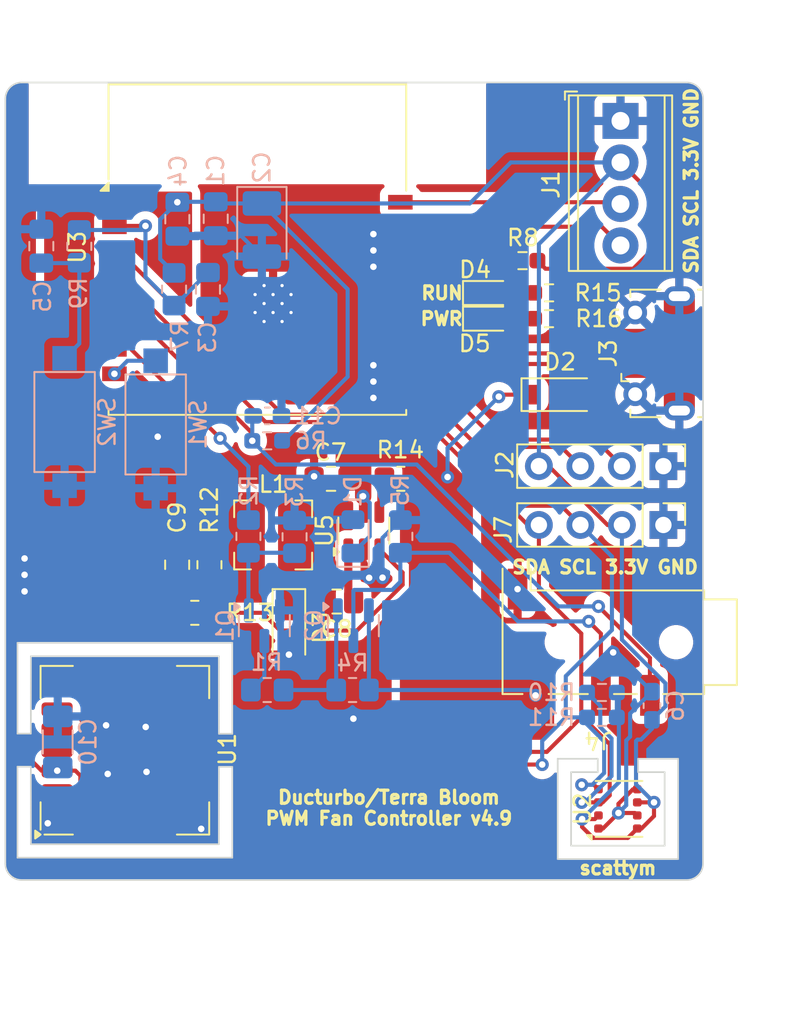
<source format=kicad_pcb>
(kicad_pcb (version 20241229) (generator "pcbnew") (generator_version "9.0")
  (layers (0 "F.Cu" signal) (2 "B.Cu" signal) (13 "F.Paste" user) (15 "B.Paste" user) (5 "F.SilkS" user "F.Silkscreen") (7 "B.SilkS" user "B.Silkscreen") (1 "F.Mask" user) (3 "B.Mask" user) (25 "Edge.Cuts" user))
  (net 0 "")
  (net 1 "BME688_SCL")
  (net 2 "GND")
  (net 3 "+10V")
  (net 4 "+3V3")
  (net 5 "EN")
  (net 6 "GPIO_PWM")
  (net 7 "LED")
  (net 9 "Net-(C5-Pad1)")
  (net 10 "Net-(J2-Pin_3)")
  (net 11 "Tacho")
  (net 12 "Net-(J2-Pin_2)")
  (net 14 "GPIO18")
  (net 15 "GPIO19")
  (net 16 "Net-(Q1-B)")
  (net 17 "Net-(Q1-C)")
  (net 18 "Net-(Q2-G)")
  (net 19 "Net-(J1-Pin_3)")
  (net 20 "Net-(J1-Pin_4)")
  (net 21 "Net-(Q2-D)")
  (net 22 "+5V")
  (net 23 "Net-(U3-IO2)")
  (net 24 "Net-(U3-IO9)")
  (net 26 "Net-(U5-BST)")
  (net 27 "Net-(U5-FB)")
  (net 28 "Net-(U5-EN)")
  (net 29 "BUCK_PWM_OUT")
  (net 30 "Net-(D4-A)")
  (net 31 "Net-(D5-A)")
  (net 32 "BME688_SDA")
  (footprint "LED_SMD:LED_0603_1608Metric_Pad1.05x0.95mm_HandSolder" (layer "F.Cu") (at 102.695 58.88)
    (property "Reference" "D4")
    (property "Value" "LED Green")
  )
  (footprint "Inductor_SMD:L_Bourns-SRN4018" (layer "F.Cu") (at 89.415 73.685 180)
    (property "Reference" "L1")
    (property "Value" "2.2uH")
  )
  (footprint "TerminalBlock_Phoenix:TerminalBlock_Phoenix_MPT-0,5-4-2.54_1x04_P2.54mm_Horizontal" (layer "F.Cu") (at 110.675 48.35 -90)
    (property "Reference" "J1")
    (property "Value" "Screw_Terminal_01x04")
  )
  (footprint "Resistor_SMD:R_0805_2012Metric_Pad1.20x1.40mm_HandSolder" (layer "F.Cu") (at 84.62 78.45 180)
    (property "Reference" "R13")
    (property "Value" "15.8K")
  )
  (footprint "Sensor:Sensirion_SCD4x-1EP_10.1x10.1mm_P1.25mm_EP4.8x4.8mm" (layer "F.Cu") (at 80.34 86.86 90)
    (property "Reference" "U1")
    (property "Value" "SCD41-D-R2")
  )
  (footprint "Capacitor_SMD:C_0805_2012Metric_Pad1.18x1.45mm_HandSolder" (layer "F.Cu") (at 93.3025 77.76 180)
    (property "Reference" "C8")
    (property "Value" "0.1uF")
  )
  (footprint "Package_TO_SOT_SMD:SOT-23-6" (layer "F.Cu") (at 94.965 73.4225 90)
    (property "Reference" "U5")
    (property "Value" "AOZ1282CI-1")
  )
  (footprint "LED_SMD:LED_0603_1608Metric_Pad1.05x0.95mm_HandSolder" (layer "F.Cu") (at 102.695 60.45)
    (property "Reference" "D5")
    (property "Value" "LED Red")
  )
  (footprint "Connector_PinHeader_2.54mm:PinHeader_1x04_P2.54mm_Vertical" (layer "F.Cu") (at 113.3 73.075 -90)
    (property "Reference" "J7")
    (property "Value" "Conn_01x04")
  )
  (footprint "Resistor_SMD:R_0603_1608Metric_Pad0.98x0.95mm_HandSolder" (layer "F.Cu") (at 106.3025 58.87 180)
    (property "Reference" "R15")
    (property "Value" "1k")
  )
  (footprint "Resistor_SMD:R_0603_1608Metric_Pad0.98x0.95mm_HandSolder" (layer "F.Cu") (at 106.2975 60.45)
    (property "Reference" "R16")
    (property "Value" "1k")
  )
  (footprint "Package_LGA:Bosch_LGA-8_3x3mm_P0.8mm_ClockwisePinNumbering" (layer "F.Cu") (at 110.5125 90.45 90)
    (property "Reference" "U2")
    (property "Value" "BME680")
  )
  (footprint "Capacitor_SMD:C_0805_2012Metric_Pad1.18x1.45mm_HandSolder" (layer "F.Cu") (at 83.54 75.51 -90)
    (property "Reference" "C9")
    (property "Value" "10uF X7R")
  )
  (footprint "Connector_Audio:Jack_3.5mm_KoreanHropartsElec_PJ-320D-4A_Horizontal" (layer "F.Cu") (at 109.325 80.25 180)
    (property "Reference" "J4")
    (property "Value" "AudioJack4")
  )
  (footprint "Diode_SMD:D_SOD-123" (layer "F.Cu") (at 90.38 79.36 -90)
    (property "Reference" "D3")
    (property "Value" "PMEG4005EGWX")
  )
  (footprint "Connector_USB:USB_Micro-B_Molex-105017-0001" (layer "F.Cu") (at 113.0375 62.575 90)
    (property "Reference" "J3")
    (property "Value" "USB_OTG")
  )
  (footprint "Resistor_SMD:R_0805_2012Metric_Pad1.20x1.40mm_HandSolder" (layer "F.Cu") (at 85.515 75.51 -90)
    (property "Reference" "R12")
    (property "Value" "49.9K")
  )
  (footprint "Resistor_SMD:R_0805_2012Metric_Pad1.20x1.40mm_HandSolder" (layer "F.Cu") (at 97.225 70.25 180)
    (property "Reference" "R14")
    (property "Value" "10K")
  )
  (footprint "RF_Module:ESP32-C3-WROOM-02" (layer "F.Cu") (at 88.45 59.325)
    (property "Reference" "U3")
    (property "Value" "ESP32-C3-WROOM-02")
  )
  (footprint "Connector_PinHeader_2.54mm:PinHeader_1x04_P2.54mm_Vertical" (layer "F.Cu") (at 113.3 69.475 -90)
    (property "Reference" "J2")
    (property "Value" "Conn_01x04")
  )
  (footprint "Capacitor_SMD:C_0805_2012Metric_Pad1.18x1.45mm_HandSolder" (layer "F.Cu") (at 92.9575 70.25 180)
    (property "Reference" "C7")
    (property "Value" "10uF X7R")
  )
  (footprint "Diode_SMD:D_SOD-123" (layer "F.Cu") (at 106.975 65.1)
    (property "Reference" "D2")
    (property "Value" "PMEG4005EGWX")
  )
  (footprint "Resistor_SMD:R_0603_1608Metric_Pad0.98x0.95mm_HandSolder" (layer "F.Cu") (at 104.675 56.9 180)
    (property "Reference" "R8")
    (property "Value" "10K")
  )
  (footprint "Resistor_SMD:R_0805_2012Metric_Pad1.20x1.40mm_HandSolder" (layer "B.Cu") (at 83.35 58.65 -90)
    (property "Reference" "R7")
    (property "Value" "10K")
  )
  (footprint "Package_TO_SOT_SMD:SOT-23" (layer "B.Cu") (at 94.325 79.2375 -90)
    (property "Reference" "Q2")
    (property "Value" "BSS84")
  )
  (footprint "Resistor_SMD:R_0805_2012Metric_Pad1.20x1.40mm_HandSolder" (layer "B.Cu") (at 77.55 56.025 -90)
    (property "Reference" "R9")
    (property "Value" "1K")
  )
  (footprint "Capacitor_Tantalum_SMD:CP_EIA-3528-12_Kemet-T_Pad1.50x2.35mm_HandSolder" (layer "B.Cu") (at 88.725 55.025 -90)
    (property "Reference" "C2")
    (property "Value" "100uF")
  )
  (footprint "Resistor_SMD:R_0805_2012Metric_Pad1.20x1.40mm_HandSolder" (layer "B.Cu") (at 97.2 73.775 90)
    (property "Reference" "R5")
    (property "Value" "10K")
  )
  (footprint "Capacitor_SMD:C_1206_3216Metric_Pad1.33x1.80mm_HandSolder" (layer "B.Cu") (at 76.23 86.3525 90)
    (property "Reference" "C10")
    (property "Value" "1uF")
  )
  (footprint "Capacitor_SMD:C_0603_1608Metric_Pad1.08x0.95mm_HandSolder" (layer "B.Cu") (at 89.0625 66.4)
    (property "Reference" "C11")
    (property "Value" "0.1uF")
  )
  (footprint "Capacitor_SMD:C_0805_2012Metric_Pad1.18x1.45mm_HandSolder" (layer "B.Cu") (at 75.225 56.0125 90)
    (property "Reference" "C5")
    (property "Value" "0.1uF")
  )
  (footprint "Capacitor_SMD:C_0805_2012Metric_Pad1.18x1.45mm_HandSolder" (layer "B.Cu") (at 85.425 58.6625 -90)
    (property "Reference" "C3")
    (property "Value" "1uF")
  )
  (footprint "Resistor_SMD:R_0805_2012Metric_Pad1.20x1.40mm_HandSolder" (layer "B.Cu") (at 87.9 73.775 -90)
    (property "Reference" "R2")
    (property "Value" "2.2k")
  )
  (footprint "Resistor_SMD:R_0805_2012Metric_Pad1.20x1.40mm_HandSolder" (layer "B.Cu") (at 89.05 83.175 180)
    (property "Reference" "R1")
    (property "Value" "10K")
  )
  (footprint "Resistor_SMD:R_0603_1608Metric_Pad0.98x0.95mm_HandSolder" (layer "B.Cu") (at 109.5375 84.85)
    (property "Reference" "R11")
    (property "Value" "4.7k")
  )
  (footprint "Package_TO_SOT_SMD:SOT-23" (layer "B.Cu") (at 88.875 79.2375 -90)
    (property "Reference" "Q1")
    (property "Value" "MMBT3904")
  )
  (footprint "Capacitor_SMD:C_0805_2012Metric_Pad1.18x1.45mm_HandSolder" (layer "B.Cu") (at 85.9 54.3375 -90)
    (property "Reference" "C1")
    (property "Value" "10uF")
  )
  (footprint "Button_Switch_SMD:SW_SPST_CK_RS282G05A3" (layer "B.Cu") (at 76.65 66.775 90)
    (property "Reference" "SW2")
    (property "Value" "SW_Push")
  )
  (footprint "Resistor_SMD:R_0603_1608Metric_Pad0.98x0.95mm_HandSolder" (layer "B.Cu") (at 109.5375 83.325)
    (property "Reference" "R10")
    (property "Value" "4.7k")
  )
  (footprint "Capacitor_SMD:C_0805_2012Metric_Pad1.18x1.45mm_HandSolder" (layer "B.Cu") (at 83.55 54.3625 -90)
    (property "Reference" "C4")
    (property "Value" "0.1uF")
  )
  (footprint "Resistor_SMD:R_0603_1608Metric_Pad0.98x0.95mm_HandSolder" (layer "B.Cu") (at 89.05 67.925 180)
    (property "Reference" "R6")
    (property "Value" "10K")
  )
  (footprint "Resistor_SMD:R_0805_2012Metric_Pad1.20x1.40mm_HandSolder" (layer "B.Cu") (at 94.275 83.175 180)
    (property "Reference" "R4")
    (property "Value" "3.3k")
  )
  (footprint "Diode_SMD:D_0805_2012Metric_Pad1.15x1.40mm_HandSolder" (layer "B.Cu") (at 94.3 73.775 90)
    (property "Reference" "D1")
    (property "Value" "12V Zener")
  )
  (footprint "Resistor_SMD:R_0805_2012Metric_Pad1.20x1.40mm_HandSolder" (layer "B.Cu") (at 90.725 73.8 90)
    (property "Reference" "R3")
    (property "Value" "10K")
  )
  (footprint "Button_Switch_SMD:SW_SPST_CK_RS282G05A3" (layer "B.Cu") (at 82.225 66.925 90)
    (property "Reference" "SW1")
    (property "Value" "SW_Push")
  )
  (footprint "Capacitor_SMD:C_0603_1608Metric_Pad1.08x0.95mm_HandSolder" (layer "B.Cu") (at 112.6 84.1375 90)
    (property "Reference" "C6")
    (property "Value" "0.1uF")
  )
  (gr_line (start 114.2 93.52) (end 114.2 87.38) (stroke (width 0.1)) (layer "Edge.Cuts"))
  (gr_line (start 74.59 92.61) (end 74.585 87.865) (stroke (width 0.1)) (layer "Edge.Cuts"))
  (gr_line (start 73.765 85.845) (end 73.765 80.285) (stroke (width 0.1)) (layer "Edge.Cuts"))
  (gr_line (start 107.65 88.2) (end 109.28 88.2) (stroke (width 0.1)) (layer "Edge.Cuts"))
  (gr_line (start 86.915 93.435) (end 73.765 93.435) (stroke (width 0.1)) (layer "Edge.Cuts"))
  (gr_line (start 115.725 47) (end 115.725 93.8) (stroke (width 0.1)) (layer "Edge.Cuts"))
  (gr_line (start 74.59 81.11) (end 86.09 81.11) (stroke (width 0.1)) (layer "Edge.Cuts"))
  (gr_line (start 73.765 80.285) (end 86.915 80.285) (stroke (width 0.1)) (layer "Edge.Cuts"))
  (gr_line (start 111.75 87.38) (end 111.75 88.2) (stroke (width 0.1)) (layer "Edge.Cuts"))
  (gr_line (start 86.915 80.285) (end 86.915 85.855) (stroke (width 0.1)) (layer "Edge.Cuts"))
  (gr_line (start 73.765 93.435) (end 73.765 87.865) (stroke (width 0.1)) (layer "Edge.Cuts"))
  (gr_line (start 86.915 87.875) (end 86.915 93.435) (stroke (width 0.1)) (layer "Edge.Cuts"))
  (gr_arc (start 74.025 94.8) (mid 73.317893 94.507107) (end 73.025 93.8) (stroke (width 0.1)) (layer "Edge.Cuts"))
  (gr_line (start 86.915 85.855) (end 86.095 85.855) (stroke (width 0.1)) (layer "Edge.Cuts"))
  (gr_line (start 111.75 87.38) (end 114.2 87.38) (stroke (width 0.1)) (layer "Edge.Cuts"))
  (gr_line (start 113.375 88.2) (end 113.375 92.7) (stroke (width 0.1)) (layer "Edge.Cuts"))
  (gr_line (start 106.83 87.38) (end 106.83 93.52) (stroke (width 0.1)) (layer "Edge.Cuts"))
  (gr_line (start 86.915 87.875) (end 86.095 87.875) (stroke (width 0.1)) (layer "Edge.Cuts"))
  (gr_arc (start 115.725 93.8) (mid 115.432107 94.507107) (end 114.725 94.8) (stroke (width 0.1)) (layer "Edge.Cuts"))
  (gr_line (start 107.65 92.7) (end 113.375 92.7) (stroke (width 0.1)) (layer "Edge.Cuts"))
  (gr_arc (start 114.725 46) (mid 115.432107 46.292893) (end 115.725 47) (stroke (width 0.1)) (layer "Edge.Cuts"))
  (gr_line (start 106.83 93.52) (end 114.2 93.52) (stroke (width 0.1)) (layer "Edge.Cuts"))
  (gr_line (start 114.725 94.8) (end 74.025 94.8) (stroke (width 0.1)) (layer "Edge.Cuts"))
  (gr_line (start 74.025 46) (end 114.725 46) (stroke (width 0.1)) (layer "Edge.Cuts"))
  (gr_line (start 74.585 85.845) (end 74.59 81.11) (stroke (width 0.1)) (layer "Edge.Cuts"))
  (gr_line (start 86.095 87.875) (end 86.09 92.61) (stroke (width 0.1)) (layer "Edge.Cuts"))
  (gr_line (start 86.09 81.11) (end 86.095 85.855) (stroke (width 0.1)) (layer "Edge.Cuts"))
  (gr_line (start 73.025 93.8) (end 73.025 47) (stroke (width 0.1)) (layer "Edge.Cuts"))
  (gr_line (start 109.28 87.38) (end 109.28 88.2) (stroke (width 0.1)) (layer "Edge.Cuts"))
  (gr_line (start 107.65 92.7) (end 107.65 88.2) (stroke (width 0.1)) (layer "Edge.Cuts"))
  (gr_line (start 111.75 88.2) (end 113.375 88.2) (stroke (width 0.1)) (layer "Edge.Cuts"))
  (gr_line (start 106.83 87.38) (end 109.28 87.38) (stroke (width 0.1)) (layer "Edge.Cuts"))
  (gr_line (start 73.765 87.865) (end 74.585 87.865) (stroke (width 0.1)) (layer "Edge.Cuts"))
  (gr_line (start 73.765 85.845) (end 74.585 85.845) (stroke (width 0.1)) (layer "Edge.Cuts"))
  (gr_line (start 86.09 92.61) (end 74.59 92.61) (stroke (width 0.1)) (layer "Edge.Cuts"))
  (gr_arc (start 73.025 47) (mid 73.317893 46.292893) (end 74.025 46) (stroke (width 0.1)) (layer "Edge.Cuts"))
  (gr_text "scattym" (at 108.06 94.54 -0) (layer "F.SilkS") (effects (font (size 0.8 0.8) (thickness 0.2) (bold yes)) (justify left bottom)))
  (gr_text "Ducturbo/Terra Bloom\nPWM Fan Controller v4.9" (at 96.5 91.5 0) (layer "F.SilkS") (effects (font (size 0.8 0.8) (thickness 0.2) (bold yes)) (justify bottom)))
  (gr_text "SDA SCL 3.3V GND" (at 115.475 57.8 90) (layer "F.SilkS") (effects (font (size 0.8 0.8) (thickness 0.2) (bold yes)) (justify left bottom)))
  (gr_text "RUN" (at 99.75 59.35 0) (layer "F.SilkS") (effects (font (size 0.8 0.8) (thickness 0.2) (bold yes)) (justify bottom)))
  (gr_text "SDA SCL 3.3V GND" (at 103.95 76.125 0) (layer "F.SilkS") (effects (font (size 0.8 0.8) (thickness 0.2) (bold yes)) (justify left bottom)))
  (gr_text "PWR" (at 99.725 60.925 0) (layer "F.SilkS") (effects (font (size 0.8 0.8) (thickness 0.2) (bold yes)) (justify bottom)))
  (segment (start 108.3 88.975) (end 109.05 88.975) (width 0.25) (layer "F.Cu") (net 1))
  (segment (start 100.500888 67.939492) (end 100.506524 67.939492) (width 0.25) (layer "F.Cu") (net 1))
  (segment (start 109.05 88.975) (end 109.325 89.25) (width 0.25) (layer "F.Cu") (net 1))
  (segment (start 107.045 71.9) (end 108.22 73.075) (width 0.25) (layer "F.Cu") (net 1))
  (segment (start 80 56.325) (end 90 66.325) (width 0.25) (layer "F.Cu") (net 1))
  (segment (start 90 66.325) (end 98.886396 66.325) (width 0.25) (layer "F.Cu") (net 1))
  (segment (start 100.506524 67.939492) (end 104.467032 71.9) (width 0.25) (layer "F.Cu") (net 1))
  (segment (start 85.028604 85.61) (end 87.153604 87.735) (width 0.25) (layer "F.Cu") (net 1))
  (segment (start 104.467032 71.9) (end 107.045 71.9) (width 0.25) (layer "F.Cu") (net 1))
  (segment (start 98.886396 66.325) (end 100.500888 67.939492) (width 0.25) (layer "F.Cu") (net 1))
  (segment (start 87.153604 87.735) (end 105.881936 87.735) (width 0.25) (layer "F.Cu") (net 1))
  (via (at 105.881936 87.735) (size 0.8) (drill 0.4) (layers "F.Cu" "B.Cu") (net 1))
  (via (at 108.3 88.975) (size 0.8) (drill 0.4) (layers "F.Cu" "B.Cu") (net 1))
  (segment (start 107.325 84.85) (end 108.625 84.85) (width 0.25) (layer "B.Cu") (net 1))
  (segment (start 107.325 84.85) (end 105.881936 86.293064) (width 0.25) (layer "B.Cu") (net 1))
  (segment (start 110.15 79.5) (end 107.325 82.325) (width 0.25) (layer "B.Cu") (net 1))
  (segment (start 110.15 75.005) (end 110.15 79.5) (width 0.25) (layer "B.Cu") (net 1))
  (segment (start 107.325 82.325) (end 107.325 84.85) (width 0.25) (layer "B.Cu") (net 1))
  (segment (start 108.625 85.273223) (end 109.675 86.323223) (width 0.25) (layer "B.Cu") (net 1))
  (segment (start 108.22 73.075) (end 110.15 75.005) (width 0.25) (layer "B.Cu") (net 1))
  (segment (start 108.625 84.85) (end 108.625 85.273223) (width 0.25) (layer "B.Cu") (net 1))
  (segment (start 109.675 88.251777) (end 108.951777 88.975) (width 0.25) (layer "B.Cu") (net 1))
  (segment (start 108.951777 88.975) (end 108.3 88.975) (width 0.25) (layer "B.Cu") (net 1))
  (segment (start 109.675 86.323223) (end 109.675 88.251777) (width 0.25) (layer "B.Cu") (net 1))
  (segment (start 105.881936 86.293064) (end 105.881936 87.735) (width 0.25) (layer "B.Cu") (net 1))
  (segment (start 94.965 74.56) (end 94.965 75.985) (width 0.25) (layer "F.Cu") (net 2))
  (segment (start 110.55 90.7) (end 111.55 90.7) (width 0.25) (layer "F.Cu") (net 2))
  (segment (start 110.55 90.7) (end 110.55 90.137501) (width 0.25) (layer "F.Cu") (net 2))
  (segment (start 110.225 80.875) (end 110.225 81.025) (width 0.25) (layer "F.Cu") (net 2))
  (segment (start 76.19 89.36) (end 76.19 90.76) (width 0.25) (layer "F.Cu") (net 2))
  (segment (start 111.55 90.7) (end 111.7 90.85) (width 0.25) (layer "F.Cu") (net 2))
  (segment (start 85.01 89.88) (end 85.01 91.67) (width 0.25) (layer "F.Cu") (net 2))
  (segment (start 109.6 91.65) (end 109.325 91.65) (width 0.25) (layer "F.Cu") (net 2))
  (segment (start 83.54 76.5475) (end 83.54 78.37) (width 0.25) (layer "F.Cu") (net 2))
  (segment (start 80 65.325) (end 82.35 67.675) (width 0.25) (layer "F.Cu") (net 2))
  (segment (start 76.19 90.76) (end 75.62 91.33) (width 0.25) (layer "F.Cu") (net 2))
  (segment (start 111.437501 89.25) (end 111.7 89.25) (width 0.25) (layer "F.Cu") (net 2))
  (segment (start 111.575 61.275) (end 109.425 61.275) (width 0.25) (layer "F.Cu") (net 2))
  (segment (start 110.55 90.7) (end 109.6 91.65) (width 0.25) (layer "F.Cu") (net 2))
  (segment (start 94.965 75.985) (end 95.29 76.31) (width 0.25) (layer "F.Cu") (net 2))
  (segment (start 110.55 90.137501) (end 111.437501 89.25) (width 0.25) (layer "F.Cu") (net 2))
  (segment (start 84.49 89.36) (end 85.01 89.88) (width 0.25) (layer "F.Cu") (net 2))
  (via (at 110.225 80.875) (size 0.8) (drill 0.4) (layers "F.Cu" "B.Cu") (net 2))
  (via (at 74.2 77.14) (size 0.8) (drill 0.4) (layers "F.Cu" "B.Cu") (net 2))
  (via (at 95.55 56.275) (size 0.8) (drill 0.4) (layers "F.Cu" "B.Cu") (net 2))
  (via (at 81.665 88.185) (size 0.8) (drill 0.4) (layers "F.Cu" "B.Cu") (net 2))
  (via (at 90.38 81.010004) (size 0.8) (drill 0.4) (layers "F.Cu" "B.Cu") (net 2))
  (via (at 79.29 88.31) (size 0.8) (drill 0.4) (layers "F.Cu" "B.Cu") (net 2))
  (via (at 82.35 67.675) (size 0.8) (drill 0.4) (layers "F.Cu" "B.Cu") (net 2))
  (via (at 95.55 63.3) (size 0.8) (drill 0.4) (layers "F.Cu" "B.Cu") (net 2))
  (via (at 95.55 64.3) (size 0.8) (drill 0.4) (layers "F.Cu" "B.Cu") (net 2))
  (via (at 94.325 84.929996) (size 0.8) (drill 0.4) (layers "F.Cu" "B.Cu") (net 2))
  (via (at 74.2 76.125) (size 0.8) (drill 0.4) (layers "F.Cu" "B.Cu") (net 2))
  (via (at 75.62 91.33) (size 0.8) (drill 0.4) (layers "F.Cu" "B.Cu") (net 2))
  (via (at 79.19 85.335) (size 0.8) (drill 0.4) (layers "F.Cu" "B.Cu") (net 2))
  (via (at 95.55 65.299998) (size 0.8) (drill 0.4) (layers "F.Cu" "B.Cu") (net 2))
  (via (at 95.29 76.31) (size 0.8) (drill 0.4) (layers "F.Cu" "B.Cu") (net 2))
  (via (at 104.375 77.000002) (size 0.8) (drill 0.4) (layers "F.Cu" "B.Cu") (net 2))
  (via (at 91.92 70.1) (size 0.8) (drill 0.4) (layers "F.Cu" "B.Cu") (net 2))
  (via (at 95.55 55.275) (size 0.8) (drill 0.4) (layers "F.Cu" "B.Cu") (net 2))
  (via (at 95.55 57.275) (size 0.8) (drill 0.4) (layers "F.Cu" "B.Cu") (net 2))
  (via (at 81.615 85.435) (size 0.8) (drill 0.4) (layers "F.Cu" "B.Cu") (net 2))
  (via (at 110.55 90.7) (size 0.8) (drill 0.4) (layers "F.Cu" "B.Cu") (net 2))
  (via (at 96.11 76.3) (size 0.8) (drill 0.4) (layers "F.Cu" "B.Cu") (net 2))
  (via (at 74.2 75.125) (size 0.8) (drill 0.4) (layers "F.Cu" "B.Cu") (net 2))
  (via (at 85.01 91.67) (size 0.8) (drill 0.4) (layers "F.Cu" "B.Cu") (net 2))
  (segment (start 87.45 55.375) (end 88.725 56.65) (width 0.25) (layer "B.Cu") (net 2))
  (segment (start 112.6 83.275) (end 110.225 80.9) (width 0.25) (layer "B.Cu") (net 2))
  (segment (start 96.11 73.865) (end 96.11 76.3) (width 0.25) (layer "B.Cu") (net 2))
  (segment (start 85.9 55.375) (end 87.45 55.375) (width 0.25) (layer "B.Cu") (net 2))
  (segment (start 90.775 72.75) (end 90.725 72.8) (width 0.25) (layer "B.Cu") (net 2))
  (segment (start 83.55 55.4) (end 85.875 55.4) (width 0.25) (layer "B.Cu") (net 2))
  (segment (start 110.225 80.9) (end 110.225 80.875) (width 0.25) (layer "B.Cu") (net 2))
  (segment (start 85.875 55.4) (end 85.9 55.375) (width 0.25) (layer "B.Cu") (net 2))
  (segment (start 89.825 78.3) (end 89.825 80.455004) (width 0.25) (layer "B.Cu") (net 2))
  (segment (start 111.2625 86.024327) (end 111.025 86.261827) (width 0.25) (layer "B.Cu") (net 2))
  (segment (start 89.825 80.455004) (end 90.38 81.010004) (width 0.25) (layer "B.Cu") (net 2))
  (segment (start 97.2 72.775) (end 96.11 73.865) (width 0.25) (layer "B.Cu") (net 2))
  (segment (start 111.2625 84.6125) (end 111.2625 86.024327) (width 0.25) (layer "B.Cu") (net 2))
  (segment (start 94.3 72.75) (end 90.775 72.75) (width 0.25) (layer "B.Cu") (net 2))
  (segment (start 111.025 90.225) (end 110.55 90.7) (width 0.25) (layer "B.Cu") (net 2))
  (segment (start 112.6 83.275) (end 111.2625 84.6125) (width 0.25) (layer "B.Cu") (net 2))
  (segment (start 111.025 86.261827) (end 111.025 90.225) (width 0.25) (layer "B.Cu") (net 2))
  (segment (start 97.525 68.85) (end 95.19 68.85) (width 1) (layer "F.Cu") (net 3))
  (segment (start 94.925 69.115) (end 94.925 71.326262) (width 1) (layer "F.Cu") (net 3))
  (segment (start 94.965 71.366262) (end 94.915 71.316262) (width 0.25) (layer "F.Cu") (net 3))
  (segment (start 103.35 65.1) (end 103.225 65.225) (width 0.25) (layer "F.Cu") (net 3))
  (segment (start 94.265 68.85) (end 93.995 69.12) (width 1) (layer "F.Cu") (net 3))
  (segment (start 98.225 79.6) (end 98.225 70.25) (width 1) (layer "F.Cu") (net 3))
  (segment (start 102.125 83.5) (end 98.225 79.6) (width 1) (layer "F.Cu") (net 3))
  (segment (start 100.09 70.14) (end 98.335 70.14) (width 0.25) (layer "F.Cu") (net 3))
  (segment (start 95.19 68.85) (end 94.925 69.115) (width 1) (layer "F.Cu") (net 3))
  (segment (start 93.995 69.12) (end 93.995 70.25) (width 1) (layer "F.Cu") (net 3))
  (segment (start 95.19 68.85) (end 94.265 68.85) (width 1) (layer "F.Cu") (net 3))
  (segment (start 98.225 70.25) (end 98.225 69.55) (width 1) (layer "F.Cu") (net 3))
  (segment (start 102.125 83.5) (end 105.475 83.5) (width 1) (layer "F.Cu") (net 3))
  (segment (start 98.225 69.55) (end 97.525 68.85) (width 1) (layer "F.Cu") (net 3))
  (segment (start 105.325 65.1) (end 103.35 65.1) (width 0.25) (layer "F.Cu") (net 3))
  (segment (start 94.965 72.285) (end 94.965 71.366262) (width 0.25) (layer "F.Cu") (net 3))
  (via (at 105.475 83.5) (size 0.8) (drill 0.4) (layers "F.Cu" "B.Cu") (net 3))
  (via (at 94.915 71.316262) (size 0.8) (drill 0.4) (layers "F.Cu" "B.Cu") (net 3))
  (via (at 103.225 65.225) (size 0.8) (drill 0.4) (layers "F.Cu" "B.Cu") (net 3))
  (via (at 100.09 70.14) (size 0.8) (drill 0.4) (layers "F.Cu" "B.Cu") (net 3))
  (segment (start 95.325 71.726262) (end 94.915 71.316262) (width 0.25) (layer "B.Cu") (net 3))
  (segment (start 103.225 65.225) (end 100.09 68.36) (width 0.25) (layer "B.Cu") (net 3))
  (segment (start 94.3 74.8) (end 95.325 73.775) (width 0.25) (layer "B.Cu") (net 3))
  (segment (start 95.325 73.775) (end 95.325 71.726262) (width 0.25) (layer "B.Cu") (net 3))
  (segment (start 100.09 68.36) (end 100.09 70.14) (width 0.25) (layer "B.Cu") (net 3))
  (segment (start 95.275 78.3) (end 95.275 83.175) (width 0.25) (layer "B.Cu") (net 3))
  (segment (start 105.15 83.175) (end 105.475 83.5) (width 0.25) (layer "B.Cu") (net 3))
  (segment (start 95.275 83.175) (end 105.15 83.175) (width 0.25) (layer "B.Cu") (net 3))
  (segment (start 106.0825 57.395) (end 105.5875 56.9) (width 0.25) (layer "F.Cu") (net 4))
  (segment (start 111.7 91.65) (end 111.124 92.226) (width 0.25) (layer "F.Cu") (net 4))
  (segment (start 112.625 56.225) (end 112.625 52.84) (width 0.25) (layer "F.Cu") (net 4))
  (segment (start 76.19 88.11) (end 75.240001 88.11) (width 0.25) (layer "F.Cu") (net 4))
  (segment (start 109.881701 73.075) (end 110.76 73.075) (width 0.25) (layer "F.Cu") (net 4))
  (segment (start 83.55 53.325) (end 79.7 53.325) (width 0.25) (layer "F.Cu") (net 4))
  (segment (start 111.962499 91.65) (end 112.725 90.887499) (width 0.25) (layer "F.Cu") (net 4))
  (segment (start 106.49 57.395) (end 107.215 58.12) (width 0.25) (layer "F.Cu") (net 4))
  (segment (start 73.64 80.12) (end 77.95 75.81) (width 0.25) (layer "F.Cu") (net 4))
  (segment (start 73.64 86.509999) (end 73.64 80.12) (width 0.25) (layer "F.Cu") (net 4))
  (segment (start 77.95 53.325) (end 83.55 53.325) (width 1) (layer "F.Cu") (net 4))
  (segment (start 77.615 88.415) (end 77.615 89.585) (width 0.25) (layer "F.Cu") (net 4))
  (segment (start 77.95 53.325) (end 77.95 70.376346) (width 1) (layer "F.Cu") (net 4))
  (segment (start 106.281701 69.475) (end 109.881701 73.075) (width 0.25) (layer "F.Cu") (net 4))
  (segment (start 77.615 89.585) (end 83.065 89.585) (width 0.25) (layer "F.Cu") (net 4))
  (segment (start 111.7 91.65) (end 111.962499 91.65) (width 0.25) (layer "F.Cu") (net 4))
  (segment (start 77.31 88.11) (end 77.615 88.415) (width 0.25) (layer "F.Cu") (net 4))
  (segment (start 107.215 58.87) (end 107.215 60.445) (width 0.25) (layer "F.Cu") (net 4))
  (segment (start 108.997226 92.226) (end 108.325 91.553774) (width 0.25) (layer "F.Cu") (net 4))
  (segment (start 75.240001 88.11) (end 73.64 86.509999) (width 0.25) (layer "F.Cu") (net 4))
  (segment (start 111.455 57.395) (end 112.625 56.225) (width 0.25) (layer "F.Cu") (net 4))
  (segment (start 112.725 90.887499) (end 112.725 90.05) (width 0.25) (layer "F.Cu") (net 4))
  (segment (start 111.124 92.226) (end 108.997226 92.226) (width 0.25) (layer "F.Cu") (net 4))
  (segment (start 109.1 91.075) (end 109.325 90.85) (width 0.25) (layer "F.Cu") (net 4))
  (segment (start 112.625 52.84) (end 110.675 50.89) (width 0.25) (layer "F.Cu") (net 4))
  (segment (start 83.065 88.735) (end 83.69 88.11) (width 0.25) (layer "F.Cu") (net 4))
  (segment (start 83.065 89.585) (end 83.065 88.735) (width 0.25) (layer "F.Cu") (net 4))
  (segment (start 79.7 53.325) (end 77.95 53.325) (width 1) (layer "F.Cu") (net 4))
  (segment (start 76.2 88.11) (end 77.31 88.11) (width 0.25) (layer "F.Cu") (net 4))
  (segment (start 108.325 91.075) (end 109.1 91.075) (width 0.25) (layer "F.Cu") (net 4))
  (segment (start 106.49 57.395) (end 111.455 57.395) (width 0.25) (layer "F.Cu") (net 4))
  (segment (start 77.95 75.81) (end 77.95 70.376346) (width 0.25) (layer "F.Cu") (net 4))
  (segment (start 108.325 91.553774) (end 108.325 91.075) (width 0.25) (layer "F.Cu") (net 4))
  (segment (start 107.215 58.12) (end 107.215 58.87) (width 0.25) (layer "F.Cu") (net 4))
  (segment (start 112.725 90.05) (end 111.7 90.05) (width 0.25) (layer "F.Cu") (net 4))
  (segment (start 106.49 57.395) (end 106.0825 57.395) (width 0.25) (layer "F.Cu") (net 4))
  (via (at 83.55 53.325) (size 0.8) (drill 0.4) (layers "F.Cu" "B.Cu") (net 4))
  (via (at 112.725 90.05) (size 0.8) (drill 0.4) (layers "F.Cu" "B.Cu") (net 4))
  (via (at 76.2 88.11) (size 0.8) (drill 0.4) (layers "F.Cu" "B.Cu") (net 4))
  (via (at 108.325 91.075) (size 0.8) (drill 0.4) (layers "F.Cu" "B.Cu") (net 4))
  (segment (start 105.68 69.475) (end 105.68 55.885) (width 0.25) (layer "B.Cu") (net 4))
  (segment (start 112.6 85) (end 112.6 85.5375) (width 0.25) (layer "B.Cu") (net 4))
  (segment (start 113.425 84.175) (end 112.6 85) (width 0.25) (layer "B.Cu") (net 4))
  (segment (start 83.35 57.65) (end 82.5 56.8) (width 0.25) (layer "B.Cu") (net 4))
  (segment (start 111.7125 86.210723) (end 111.625 86.298223) (width 0.25) (layer "B.Cu") (net 4))
  (segment (start 111.625 86.298223) (end 111.625 88.95) (width 0.25) (layer "B.Cu") (net 4))
  (segment (start 93.975 64) (end 93.975 58.65) (width 0.25) (layer "B.Cu") (net 4))
  (segment (start 82.5 54.375) (end 83.55 53.325) (width 0.25) (layer "B.Cu") (net 4))
  (segment (start 110.575 83.45) (end 110.575 88.825) (width 0.25) (layer "B.Cu") (net 4))
  (segment (start 101.451778 53.4) (end 103.961778 50.89) (width 0.25) (layer "B.Cu") (net 4))
  (segment (start 105.68 55.885) (end 110.675 50.89) (width 0.25) (layer "B.Cu") (net 4))
  (segment (start 88.725 53.4) (end 101.451778 53.4) (width 0.25) (layer "B.Cu") (net 4))
  (segment (start 110.575 88.825) (end 108.325 91.075) (width 0.25) (layer "B.Cu") (net 4))
  (segment (start 103.961778 50.89) (end 110.675 50.89) (width 0.25) (layer "B.Cu") (net 4))
  (segment (start 111.926777 86.210723) (end 111.7125 86.210723) (width 0.25) (layer "B.Cu") (net 4))
  (segment (start 110.76 80.095424) (end 113.425 82.760424) (width 0.25) (layer "B.Cu") (net 4))
  (segment (start 110.76 73.075) (end 110.76 80.095424) (width 0.25) (layer "B.Cu") (net 4))
  (segment (start 110.45 83.325) (end 110.45 84.85) (width 0.25) (layer "B.Cu") (net 4))
  (segment (start 85.9 53.3) (end 83.575 53.3) (width 0.25) (layer "B.Cu") (net 4))
  (segment (start 112.6 85.5375) (end 111.926777 86.210723) (width 0.25) (layer "B.Cu") (net 4))
  (segment (start 88.725 53.4) (end 86 53.4) (width 0.25) (layer "B.Cu") (net 4))
  (segment (start 82.5 56.8) (end 82.5 54.375) (width 0.25) (layer "B.Cu") (net 4))
  (segment (start 90.05 67.925) (end 93.975 64) (width 0.25) (layer "B.Cu") (net 4))
  (segment (start 111.625 88.95) (end 112.725 90.05) (width 0.25) (layer "B.Cu") (net 4))
  (segment (start 113.425 82.760424) (end 113.425 84.175) (width 0.25) (layer "B.Cu") (net 4))
  (segment (start 93.975 58.65) (end 88.725 53.4) (width 0.25) (layer "B.Cu") (net 4))
  (segment (start 81.6 54.775) (end 79.75 54.775) (width 0.25) (layer "F.Cu") (net 5))
  (via (at 81.6 54.775) (size 0.8) (drill 0.4) (layers "F.Cu" "B.Cu") (net 5))
  (segment (start 77.55 55.025) (end 81.35 55.025) (width 0.25) (layer "B.Cu") (net 5))
  (segment (start 81.6 57.9) (end 81.6 54.775) (width 0.25) (layer "B.Cu") (net 5))
  (segment (start 81.35 55.025) (end 81.6 54.775) (width 0.25) (layer "B.Cu") (net 5))
  (segment (start 83.35 59.65) (end 81.6 57.9) (width 0.25) (layer "B.Cu") (net 5))
  (segment (start 83.4 59.65) (end 85.425 57.625) (width 0.25) (layer "B.Cu") (net 5))
  (segment (start 80.05 60.825) (end 80.775 61.55) (width 0.25) (layer "F.Cu") (net 6))
  (segment (start 80.775 62.375) (end 86.175 67.775) (width 0.25) (layer "F.Cu") (net 6))
  (segment (start 86.175 67.775) (end 86.17 67.77) (width 0.25) (layer "F.Cu") (net 6))
  (segment (start 80.775 61.55) (end 80.775 62.375) (width 0.25) (layer "F.Cu") (net 6))
  (via (at 86.17 67.77) (size 0.8) (drill 0.4) (layers "F.Cu" "B.Cu") (net 6))
  (segment (start 87.9 69.5) (end 87.9 72.775) (width 0.25) (layer "B.Cu") (net 6))
  (segment (start 86.17 67.77) (end 87.9 69.5) (width 0.25) (layer "B.Cu") (net 6))
  (segment (start 100.765 57.825) (end 97.2 57.825) (width 0.25) (layer "F.Cu") (net 7))
  (segment (start 101.82 58.88) (end 100.765 57.825) (width 0.25) (layer "F.Cu") (net 7))
  (segment (start 75.225 57.05) (end 77.525 57.05) (width 0.25) (layer "B.Cu") (net 9))
  (segment (start 77.55 61.975) (end 76.65 62.875) (width 0.25) (layer "B.Cu") (net 9))
  (segment (start 77.55 57.025) (end 77.55 61.975) (width 0.25) (layer "B.Cu") (net 9))
  (segment (start 101.975 68.3) (end 107.045 68.3) (width 0.25) (layer "F.Cu") (net 10))
  (segment (start 107.045 68.3) (end 108.22 69.475) (width 0.25) (layer "F.Cu") (net 10))
  (segment (start 97.5 63.825) (end 101.975 68.3) (width 0.25) (layer "F.Cu") (net 10))
  (segment (start 112.475 83.5) (end 112.475 81.208969) (width 0.25) (layer "F.Cu") (net 11))
  (segment (start 88.05 67.375) (end 88.05 67.8375) (width 0.25) (layer "F.Cu") (net 11))
  (segment (start 88.05 67.8375) (end 88.1375 67.925) (width 0.25) (layer "F.Cu") (net 11))
  (segment (start 112.475 81.208969) (end 109.325 78.058969) (width 0.25) (layer "F.Cu") (net 11))
  (segment (start 80 59.325) (end 88.05 67.375) (width 0.25) (layer "F.Cu") (net 11))
  (via (at 109.325 78.058969) (size 0.8) (drill 0.4) (layers "F.Cu" "B.Cu") (net 11))
  (via (at 88.1375 67.925) (size 0.8) (drill 0.4) (layers "F.Cu" "B.Cu") (net 11))
  (segment (start 99.404866 70.591262) (end 99.404866 70.579866) (width 0.25) (layer "B.Cu") (net 11))
  (segment (start 106.872573 78.058969) (end 99.404866 70.591262) (width 0.25) (layer "B.Cu") (net 11))
  (segment (start 89.5875 69.375) (end 88.1375 67.925) (width 0.25) (layer "B.Cu") (net 11))
  (segment (start 109.325 78.058969) (end 106.872573 78.058969) (width 0.25) (layer "B.Cu") (net 11))
  (segment (start 88.1375 66.4625) (end 88.2 66.4) (width 0.25) (layer "B.Cu") (net 11))
  (segment (start 98.2 69.375) (end 89.5875 69.375) (width 0.25) (layer "B.Cu") (net 11))
  (segment (start 88.1375 67.925) (end 88.1375 66.4625) (width 0.25) (layer "B.Cu") (net 11))
  (segment (start 99.404866 70.579866) (end 98.2 69.375) (width 0.25) (layer "B.Cu") (net 11))
  (segment (start 109.135 67.85) (end 110.76 69.475) (width 0.25) (layer "F.Cu") (net 12))
  (segment (start 97.5 62.325) (end 103.025 67.85) (width 0.25) (layer "F.Cu") (net 12))
  (segment (start 103.025 67.85) (end 109.135 67.85) (width 0.25) (layer "F.Cu") (net 12))
  (segment (start 99.9 63.225) (end 111.575 63.225) (width 0.25) (layer "F.Cu") (net 14))
  (segment (start 97.5 60.825) (end 99.9 63.225) (width 0.25) (layer "F.Cu") (net 14))
  (segment (start 97.4 59.325) (end 100.65 62.575) (width 0.25) (layer "F.Cu") (net 15))
  (segment (start 100.65 62.575) (end 111.575 62.575) (width 0.25) (layer "F.Cu") (net 15))
  (segment (start 87.9 74.775) (end 87.9 78.275) (width 0.25) (layer "B.Cu") (net 16))
  (segment (start 87.9 74.775) (end 90.7 74.775) (width 0.25) (layer "B.Cu") (net 16))
  (segment (start 88.875 82.35) (end 88.05 83.175) (width 0.25) (layer "B.Cu") (net 17))
  (segment (start 88.875 80.175) (end 88.875 82.35) (width 0.25) (layer "B.Cu") (net 17))
  (segment (start 90.05 83.175) (end 93.275 83.175) (width 0.25) (layer "B.Cu") (net 18))
  (segment (start 93.275 83.175) (end 93.275 78.4) (width 0.25) (layer "B.Cu") (net 18))
  (segment (start 97.2 53.325) (end 110.57 53.325) (width 0.25) (layer "F.Cu") (net 19))
  (segment (start 109.53 54.825) (end 110.675 55.97) (width 0.25) (layer "F.Cu") (net 20))
  (segment (start 97.2 54.825) (end 109.53 54.825) (width 0.25) (layer "F.Cu") (net 20))
  (segment (start 109.475 79.725) (end 108.725 78.975) (width 0.25) (layer "F.Cu") (net 21))
  (segment (start 109.475 83.5) (end 109.475 79.725) (width 0.25) (layer "F.Cu") (net 21))
  (via (at 108.725 78.975) (size 0.8) (drill 0.4) (layers "F.Cu" "B.Cu") (net 21))
  (segment (start 94.325 77.1) (end 94.325 80.175) (width 0.25) (layer "B.Cu") (net 21))
  (segment (start 108.725 78.975) (end 104.4 78.975) (width 0.25) (layer "B.Cu") (net 21))
  (segment (start 97.2 74.775) (end 97.2 76.55) (width 0.25) (layer "B.Cu") (net 21))
  (segment (start 104.4 78.975) (end 100.2 74.775) (width 0.25) (layer "B.Cu") (net 21))
  (segment (start 100.2 74.775) (end 97.2 74.775) (width 0.25) (layer "B.Cu") (net 21))
  (segment (start 97.2 76.55) (end 96.7 77.05) (width 0.25) (layer "B.Cu") (net 21))
  (segment (start 96.7 77.05) (end 94.375 77.05) (width 0.25) (layer "B.Cu") (net 21))
  (segment (start 94.375 77.05) (end 94.325 77.1) (width 0.25) (layer "B.Cu") (net 21))
  (segment (start 109.9 63.825) (end 108.625 65.1) (width 0.25) (layer "F.Cu") (net 22))
  (segment (start 111.525 63.825) (end 109.9 63.825) (width 0.25) (layer "F.Cu") (net 22))
  (segment (start 103.325 56.325) (end 103.7625 56.7625) (width 0.25) (layer "F.Cu") (net 23))
  (segment (start 97.2 56.325) (end 103.325 56.325) (width 0.25) (layer "F.Cu") (net 23))
  (via (at 79.7 63.825) (size 0.8) (drill 0.4) (layers "F.Cu" "B.Cu") (net 24))
  (segment (start 82.225 63.025) (end 80.5 63.025) (width 0.25) (layer "B.Cu") (net 24))
  (segment (start 80.5 63.025) (end 79.7 63.825) (width 0.25) (layer "B.Cu") (net 24))
  (segment (start 94.015 74.56) (end 94.015 77.435) (width 0.5) (layer "F.Cu") (net 26))
  (segment (start 89.84 79.535) (end 94.54 79.535) (width 0.25) (layer "F.Cu") (net 27))
  (segment (start 85.62 78.45) (end 88.755 78.45) (width 0.25) (layer "F.Cu") (net 27))
  (segment (start 94.54 79.535) (end 97.34 76.735) (width 0.25) (layer "F.Cu") (net 27))
  (segment (start 97.34 75.985) (end 95.915 74.56) (width 0.25) (layer "F.Cu") (net 27))
  (segment (start 85.62 78.45) (end 85.62 76.615) (width 0.25) (layer "F.Cu") (net 27))
  (segment (start 88.755 78.45) (end 89.84 79.535) (width 0.25) (layer "F.Cu") (net 27))
  (segment (start 97.34 76.735) (end 97.34 75.985) (width 0.25) (layer "F.Cu") (net 27))
  (segment (start 95.915 72.285) (end 95.915 70.835) (width 0.25) (layer "F.Cu") (net 28))
  (segment (start 95.915 70.835) (end 96.54 70.21) (width 0.25) (layer "F.Cu") (net 28))
  (segment (start 105.39 58.87) (end 103.58 58.87) (width 0.25) (layer "F.Cu") (net 30))
  (segment (start 105.385 60.45) (end 103.57 60.45) (width 0.25) (layer "F.Cu") (net 31))
  (segment (start 108.275 84.85) (end 107.325 85.8) (width 0.25) (layer "F.Cu") (net 32))
  (segment (start 108.275 84.75) (end 110.0125 86.4875) (width 0.25) (layer "F.Cu") (net 32))
  (segment (start 108.3 90.05) (end 109.325 90.05) (width 0.25) (layer "F.Cu") (net 32))
  (segment (start 85.84 84.760001) (end 85.439999 84.36) (width 0.25) (layer "F.Cu") (net 32))
  (segment (start 108.275 79.721016) (end 108.275 84.85) (width 0.25) (layer "F.Cu") (net 32))
  (segment (start 85.84 85.785) (end 85.84 84.760001) (width 0.25) (layer "F.Cu") (net 32))
  (segment (start 85.439999 84.36) (end 84.49 84.36) (width 0.25) (layer "F.Cu") (net 32))
  (segment (start 98.7 66.775) (end 105 73.075) (width 0.25) (layer "F.Cu") (net 32))
  (segment (start 105.68 73.075) (end 105.68 77.126016) (width 0.25) (layer "F.Cu") (net 32))
  (segment (start 87.015 86.96) (end 85.84 85.785) (width 0.25) (layer "F.Cu") (net 32))
  (segment (start 109.587499 90.05) (end 109.325 90.05) (width 0.25) (layer "F.Cu") (net 32))
  (segment (start 80 57.825) (end 88.95 66.775) (width 0.25) (layer "F.Cu") (net 32))
  (segment (start 110.0125 86.4875) (end 110.0125 89.624999) (width 0.25) (layer "F.Cu") (net 32))
  (segment (start 107.325 85.8) (end 106.165 86.96) (width 0.25) (layer "F.Cu") (net 32))
  (segment (start 105.68 77.126016) (end 108.275 79.721016) (width 0.25) (layer "F.Cu") (net 32))
  (segment (start 110.0125 89.624999) (end 109.587499 90.05) (width 0.25) (layer "F.Cu") (net 32))
  (segment (start 88.95 66.775) (end 98.7 66.775) (width 0.25) (layer "F.Cu") (net 32))
  (segment (start 106.165 86.96) (end 87.015 86.96) (width 0.25) (layer "F.Cu") (net 32))
  (via (at 108.3 90.05) (size 0.8) (drill 0.4) (layers "F.Cu" "B.Cu") (net 32))
  (segment (start 110.125 86.136827) (end 110.125 88.438173) (width 0.25) (layer "B.Cu") (net 32))
  (segment (start 109.4375 85.449327) (end 110.125 86.136827) (width 0.25) (layer "B.Cu") (net 32))
  (segment (start 110.125 88.438173) (end 108.513173 90.05) (width 0.25) (layer "B.Cu") (net 32))
  (segment (start 108.513173 90.05) (end 108.3 90.05) (width 0.25) (layer "B.Cu") (net 32))
  (segment (start 108.625 83.325) (end 109.4375 84.1375) (width 0.25) (layer "B.Cu") (net 32))
  (segment (start 109.4375 84.1375) (end 109.4375 85.449327) (width 0.25) (layer "B.Cu") (net 32))
  (zone (net 29) (net_name "BUCK_PWM_OUT") (layer "F.Cu") (priority 1) (connect_pads yes (clearance 0.5)) (min_thickness 0.25) (fill yes (thermal_gap 0.5) (thermal_bridge_width 0.5))
    (polygon (pts (xy 94.6 71.43) (xy 94.6 79.08) (xy 89.715 79.06) (xy 89.715 71.41)))
  )
  (zone (net 3) (net_name "+10V") (layer "F.Cu") (priority 3) (connect_pads yes (clearance 0.5)) (min_thickness 0.25) (fill yes (thermal_gap 0.5) (thermal_bridge_width 0.5))
    (polygon (pts (xy 101.64 79.61) (xy 106.62 79.61) (xy 106.61 86.22) (xy 97.17 86.22) (xy 97.178797 69.399994) (xy 93.24 69.4) (xy 93.24 67.1) (xy 101.64 67.1)))
  )
  (zone (net 4) (net_name "+3V3") (layer "F.Cu") (priority 2) (connect_pads yes (clearance 0.5)) (min_thickness 0.25) (fill yes (thermal_gap 0.5) (thermal_bridge_width 0.5))
    (polygon (pts (xy 88.91 71.07) (xy 84.49 71.07) (xy 84.45 52.675) (xy 75.4 52.675) (xy 75.4 78.8) (xy 88.905 78.81)))
  )
  (zone (net 2) (net_name "GND") (layer "F.Cu") (connect_pads (clearance 0.5)) (min_thickness 0.25) (fill yes (thermal_gap 0.5) (thermal_bridge_width 0.5))
    (polygon (pts (xy 73.025 46) (xy 122.175 46) (xy 122.175 103.625) (xy 73.025 103.625)))
  )
  (zone (net 0) (net_name "") (layers "F.Cu" "B.Cu") (connect_pads (clearance 0)) (min_thickness 0.25)
    (keepout (tracks allowed) (vias allowed) (pads allowed) (copperpour not_allowed) (footprints allowed))
    (fill (thermal_gap 0.5) (thermal_bridge_width 0.5))
    (polygon (pts (xy 107.25 87.8) (xy 107.25 93.075) (xy 113.775 93.075) (xy 113.775 87.8)))
  )
  (zone (net 2) (net_name "GND") (layer "B.Cu") (connect_pads (clearance 0.5)) (min_thickness 0.25) (fill yes (thermal_gap 0.5) (thermal_bridge_width 0.5))
    (polygon (pts (xy 73.025 46) (xy 122.175 46) (xy 122.175 103.625) (xy 73.025 103.625)))
  )
)
</source>
